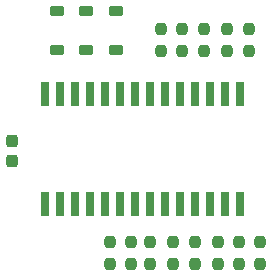
<source format=gbp>
G04 #@! TF.GenerationSoftware,KiCad,Pcbnew,8.0.8*
G04 #@! TF.CreationDate,2025-03-23T17:18:30+09:00*
G04 #@! TF.ProjectId,panelBoard,70616e65-6c42-46f6-9172-642e6b696361,rev?*
G04 #@! TF.SameCoordinates,Original*
G04 #@! TF.FileFunction,Paste,Bot*
G04 #@! TF.FilePolarity,Positive*
%FSLAX46Y46*%
G04 Gerber Fmt 4.6, Leading zero omitted, Abs format (unit mm)*
G04 Created by KiCad (PCBNEW 8.0.8) date 2025-03-23 17:18:30*
%MOMM*%
%LPD*%
G01*
G04 APERTURE LIST*
G04 Aperture macros list*
%AMRoundRect*
0 Rectangle with rounded corners*
0 $1 Rounding radius*
0 $2 $3 $4 $5 $6 $7 $8 $9 X,Y pos of 4 corners*
0 Add a 4 corners polygon primitive as box body*
4,1,4,$2,$3,$4,$5,$6,$7,$8,$9,$2,$3,0*
0 Add four circle primitives for the rounded corners*
1,1,$1+$1,$2,$3*
1,1,$1+$1,$4,$5*
1,1,$1+$1,$6,$7*
1,1,$1+$1,$8,$9*
0 Add four rect primitives between the rounded corners*
20,1,$1+$1,$2,$3,$4,$5,0*
20,1,$1+$1,$4,$5,$6,$7,0*
20,1,$1+$1,$6,$7,$8,$9,0*
20,1,$1+$1,$8,$9,$2,$3,0*%
G04 Aperture macros list end*
%ADD10RoundRect,0.237500X0.237500X-0.250000X0.237500X0.250000X-0.237500X0.250000X-0.237500X-0.250000X0*%
%ADD11RoundRect,0.237500X-0.237500X0.250000X-0.237500X-0.250000X0.237500X-0.250000X0.237500X0.250000X0*%
%ADD12RoundRect,0.225000X-0.375000X0.225000X-0.375000X-0.225000X0.375000X-0.225000X0.375000X0.225000X0*%
%ADD13RoundRect,0.237500X0.237500X-0.300000X0.237500X0.300000X-0.237500X0.300000X-0.237500X-0.300000X0*%
%ADD14R,0.650000X2.100000*%
G04 APERTURE END LIST*
D10*
X189778000Y-67302500D03*
X189778000Y-65477500D03*
X193588000Y-67302500D03*
X193588000Y-65477500D03*
D11*
X196382000Y-83511500D03*
X196382000Y-85336500D03*
D10*
X191683000Y-67302500D03*
X191683000Y-65477500D03*
D12*
X184190000Y-63978000D03*
X184190000Y-67278000D03*
D11*
X189016000Y-83511500D03*
X189016000Y-85336500D03*
X192826000Y-83511500D03*
X192826000Y-85336500D03*
X190921000Y-83511500D03*
X190921000Y-85336500D03*
X194604000Y-83511500D03*
X194604000Y-85336500D03*
X183682000Y-83511500D03*
X183682000Y-85336500D03*
D10*
X195493000Y-67302500D03*
X195493000Y-65477500D03*
D13*
X175427000Y-76650500D03*
X175427000Y-74925500D03*
D12*
X181650000Y-63978000D03*
X181650000Y-67278000D03*
D11*
X185460000Y-83511500D03*
X185460000Y-85336500D03*
D14*
X178221000Y-71011000D03*
X179491000Y-71011000D03*
X180761000Y-71011000D03*
X182031000Y-71011000D03*
X183301000Y-71011000D03*
X184571000Y-71011000D03*
X185841000Y-71011000D03*
X187111000Y-71011000D03*
X188381000Y-71011000D03*
X189651000Y-71011000D03*
X190921000Y-71011000D03*
X192191000Y-71011000D03*
X193461000Y-71011000D03*
X194731000Y-71011000D03*
X194731000Y-80311000D03*
X193461000Y-80311000D03*
X192191000Y-80311000D03*
X190921000Y-80311000D03*
X189651000Y-80311000D03*
X188381000Y-80311000D03*
X187111000Y-80311000D03*
X185841000Y-80311000D03*
X184571000Y-80311000D03*
X183301000Y-80311000D03*
X182031000Y-80311000D03*
X180761000Y-80311000D03*
X179491000Y-80311000D03*
X178221000Y-80311000D03*
D12*
X179237000Y-63978000D03*
X179237000Y-67278000D03*
D11*
X187111000Y-83511500D03*
X187111000Y-85336500D03*
D10*
X188000000Y-67302500D03*
X188000000Y-65477500D03*
M02*

</source>
